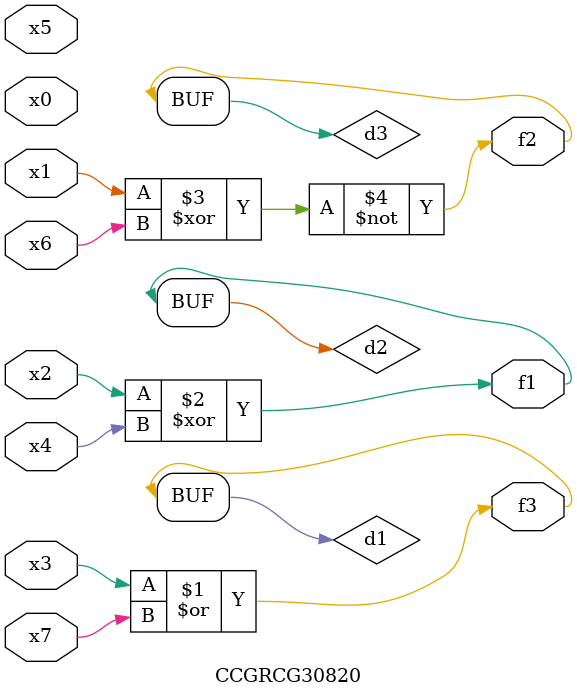
<source format=v>
module CCGRCG30820(
	input x0, x1, x2, x3, x4, x5, x6, x7,
	output f1, f2, f3
);

	wire d1, d2, d3;

	or (d1, x3, x7);
	xor (d2, x2, x4);
	xnor (d3, x1, x6);
	assign f1 = d2;
	assign f2 = d3;
	assign f3 = d1;
endmodule

</source>
